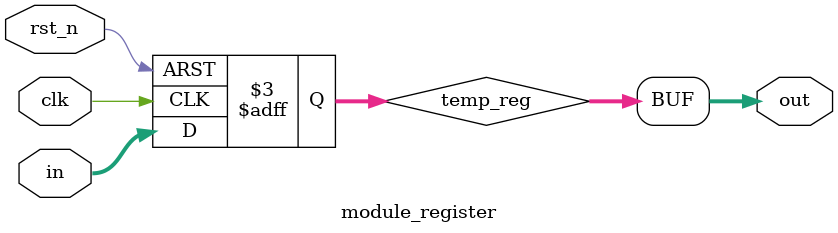
<source format=sv>
`timescale 1ns / 1ps
module module_register
    (
        input[31:0] in,
        input clk,
        input rst_n,
        output [31:0] out
    );
    reg [31:0] temp_reg;
    always@(negedge rst_n or posedge clk)
    begin
        if(!rst_n)
            temp_reg <= 32'b0;
        else
            temp_reg <= in;
    end
    assign out = temp_reg;
endmodule
</source>
